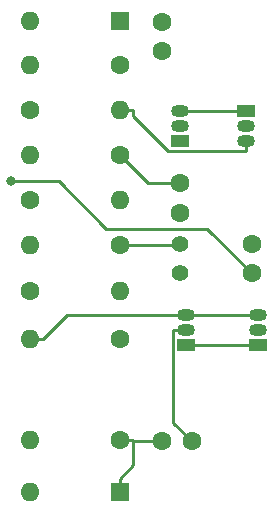
<source format=gtl>
G04 #@! TF.GenerationSoftware,KiCad,Pcbnew,(2017-12-21 revision 23d71cfa9)-makepkg*
G04 #@! TF.CreationDate,2018-06-03T17:46:53-04:00*
G04 #@! TF.ProjectId,OdysseyDaughterCardSpotGenerator,4F647973736579446175676874657243,0.1*
G04 #@! TF.SameCoordinates,Original*
G04 #@! TF.FileFunction,Copper,L1,Top,Signal*
G04 #@! TF.FilePolarity,Positive*
%FSLAX46Y46*%
G04 Gerber Fmt 4.6, Leading zero omitted, Abs format (unit mm)*
G04 Created by KiCad (PCBNEW (2017-12-21 revision 23d71cfa9)-makepkg) date 06/03/18 17:46:53*
%MOMM*%
%LPD*%
G01*
G04 APERTURE LIST*
%ADD10C,1.600000*%
%ADD11C,1.400000*%
%ADD12O,1.600000X1.600000*%
%ADD13R,1.600000X1.600000*%
%ADD14R,1.500000X1.050000*%
%ADD15O,1.500000X1.050000*%
%ADD16C,0.800000*%
%ADD17C,0.250000*%
G04 APERTURE END LIST*
D10*
X148336000Y-83312000D03*
X148336000Y-80812000D03*
X155956000Y-99608000D03*
X155956000Y-102108000D03*
D11*
X149860000Y-102108000D03*
X149860000Y-99608000D03*
D10*
X149860000Y-94488000D03*
X149860000Y-96988000D03*
X148376000Y-116332000D03*
X150876000Y-116332000D03*
D12*
X137160000Y-80772000D03*
D13*
X144780000Y-80772000D03*
X144780000Y-120650000D03*
D12*
X137160000Y-120650000D03*
D14*
X155448000Y-88392000D03*
D15*
X155448000Y-90932000D03*
X155448000Y-89662000D03*
X156464000Y-106934000D03*
X156464000Y-105664000D03*
D14*
X156464000Y-108204000D03*
D15*
X149860000Y-89662000D03*
X149860000Y-88392000D03*
D14*
X149860000Y-90932000D03*
X150368000Y-108204000D03*
D15*
X150368000Y-105664000D03*
X150368000Y-106934000D03*
D10*
X144780000Y-84455000D03*
D12*
X137160000Y-84455000D03*
X144780000Y-95885000D03*
D10*
X137160000Y-95885000D03*
D12*
X144780000Y-88265000D03*
D10*
X137160000Y-88265000D03*
X137160000Y-103632000D03*
D12*
X144780000Y-103632000D03*
X137160000Y-107696000D03*
D10*
X144780000Y-107696000D03*
X144780000Y-99695000D03*
D12*
X137160000Y-99695000D03*
D10*
X144780000Y-92075000D03*
D12*
X137160000Y-92075000D03*
X137160000Y-116205000D03*
D10*
X144780000Y-116205000D03*
D16*
X135605800Y-94318300D03*
D17*
X148859900Y-91782300D02*
X155448000Y-91782300D01*
X145905300Y-88827700D02*
X148859900Y-91782300D01*
X145905300Y-88265000D02*
X145905300Y-88827700D01*
X144780000Y-88265000D02*
X145905300Y-88265000D01*
X155448000Y-90932000D02*
X155448000Y-91782300D01*
X139633800Y-94318300D02*
X135605800Y-94318300D01*
X143663500Y-98348000D02*
X139633800Y-94318300D01*
X152196000Y-98348000D02*
X143663500Y-98348000D01*
X155956000Y-102108000D02*
X152196000Y-98348000D01*
X145936900Y-116332000D02*
X148376000Y-116332000D01*
X145809900Y-116205000D02*
X145936900Y-116332000D01*
X144780000Y-116205000D02*
X145809900Y-116205000D01*
X145936900Y-118367800D02*
X144780000Y-119524700D01*
X145936900Y-116332000D02*
X145936900Y-118367800D01*
X144780000Y-120650000D02*
X144780000Y-119524700D01*
X149773000Y-99695000D02*
X149860000Y-99608000D01*
X144780000Y-99695000D02*
X149773000Y-99695000D01*
X147193000Y-94488000D02*
X149860000Y-94488000D01*
X144780000Y-92075000D02*
X147193000Y-94488000D01*
X149292700Y-114748700D02*
X149292700Y-106934000D01*
X150876000Y-116332000D02*
X149292700Y-114748700D01*
X150368000Y-106934000D02*
X149292700Y-106934000D01*
X149860000Y-88392000D02*
X155448000Y-88392000D01*
X156464000Y-108204000D02*
X150368000Y-108204000D01*
X156464000Y-105664000D02*
X150368000Y-105664000D01*
X140317300Y-105664000D02*
X150368000Y-105664000D01*
X138285300Y-107696000D02*
X140317300Y-105664000D01*
X137160000Y-107696000D02*
X138285300Y-107696000D01*
M02*

</source>
